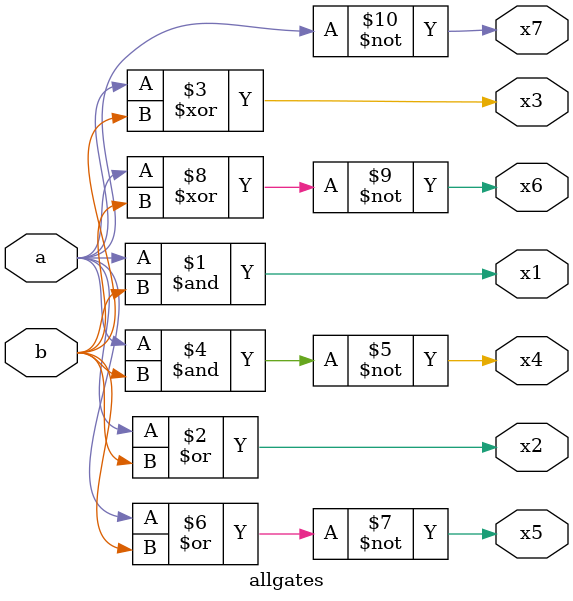
<source format=v>
module allgates(a,b,x1,x2,x3,x4,x5,x6,x7);
input a,b;
output x1,x2,x3,x4,x5,x6,x7;
and g1(x1,a,b);
or g2(x2,a,b);
xor g3(x3,a,b);
nand g4(x4,a,b);
nor g5(x5,a,b);
xnor g6(x6,a,b);
not g7(x7,a);
endmodule

</source>
